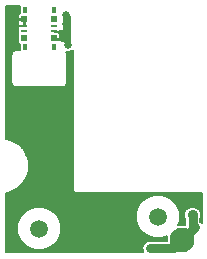
<source format=gbl>
G04 #@! TF.GenerationSoftware,KiCad,Pcbnew,(5.0.2)-1*
G04 #@! TF.CreationDate,2019-05-03T13:45:30-04:00*
G04 #@! TF.ProjectId,PowConnV1,506f7743-6f6e-46e5-9631-2e6b69636164,V2*
G04 #@! TF.SameCoordinates,Original*
G04 #@! TF.FileFunction,Copper,L2,Bot*
G04 #@! TF.FilePolarity,Positive*
%FSLAX46Y46*%
G04 Gerber Fmt 4.6, Leading zero omitted, Abs format (unit mm)*
G04 Created by KiCad (PCBNEW (5.0.2)-1) date 5/3/2019 1:45:30 PM*
%MOMM*%
%LPD*%
G01*
G04 APERTURE LIST*
G04 #@! TA.AperFunction,SMDPad,CuDef*
%ADD10R,0.520000X0.580000*%
G04 #@! TD*
G04 #@! TA.AperFunction,SMDPad,CuDef*
%ADD11R,0.520000X0.270000*%
G04 #@! TD*
G04 #@! TA.AperFunction,SMDPad,CuDef*
%ADD12R,0.330000X0.480000*%
G04 #@! TD*
G04 #@! TA.AperFunction,ComponentPad*
%ADD13C,1.500000*%
G04 #@! TD*
G04 #@! TA.AperFunction,BGAPad,CuDef*
%ADD14C,2.100000*%
G04 #@! TD*
G04 #@! TA.AperFunction,ViaPad*
%ADD15C,0.889000*%
G04 #@! TD*
G04 #@! TA.AperFunction,ViaPad*
%ADD16C,0.635000*%
G04 #@! TD*
G04 #@! TA.AperFunction,Conductor*
%ADD17C,0.152400*%
G04 #@! TD*
G04 #@! TA.AperFunction,Conductor*
%ADD18C,0.508000*%
G04 #@! TD*
G04 #@! TA.AperFunction,Conductor*
%ADD19C,0.381000*%
G04 #@! TD*
G04 #@! TA.AperFunction,Conductor*
%ADD20C,0.762000*%
G04 #@! TD*
G04 #@! TA.AperFunction,Conductor*
%ADD21C,0.254000*%
G04 #@! TD*
G04 APERTURE END LIST*
D10*
G04 #@! TO.P,P1,5*
G04 #@! TO.N,N/C*
X41539480Y-95631480D03*
D11*
G04 #@! TO.P,P1,7*
G04 #@! TO.N,Dev+*
X41539480Y-96643480D03*
G04 #@! TO.P,P1,6*
G04 #@! TO.N,N/C*
X41539480Y-96219480D03*
D12*
G04 #@! TO.P,P1,*
G04 #@! TO.N,*
X41504480Y-97961480D03*
D10*
G04 #@! TO.P,P1,4*
G04 #@! TO.N,GND1*
X39039480Y-95631480D03*
D11*
G04 #@! TO.P,P1,3*
X39039480Y-96219480D03*
G04 #@! TO.P,P1,2*
G04 #@! TO.N,N/C*
X39039480Y-96643480D03*
D10*
G04 #@! TO.P,P1,1*
X39039480Y-97231480D03*
G04 #@! TO.P,P1,8*
G04 #@! TO.N,Dev+*
X41539480Y-97231480D03*
D12*
G04 #@! TO.P,P1,*
G04 #@! TO.N,*
X41504480Y-94901480D03*
X39074480Y-97961480D03*
X39074480Y-94901480D03*
G04 #@! TD*
D13*
G04 #@! TO.P,P2,*
G04 #@! TO.N,*
X40279320Y-113370360D03*
G04 #@! TD*
G04 #@! TO.P,P3,*
G04 #@! TO.N,*
X50337720Y-112349280D03*
G04 #@! TD*
D14*
G04 #@! TO.P,P4,1*
G04 #@! TO.N,Dev+*
X52400200Y-114360960D03*
G04 #@! TD*
G04 #@! TO.P,P5,1*
G04 #@! TO.N,GND1*
X47411640Y-112354360D03*
G04 #@! TD*
D15*
G04 #@! TO.N,Dev+*
X53279040Y-112232440D03*
D16*
X42519600Y-95246555D03*
X42519600Y-96078040D03*
X42575480Y-97033080D03*
X42722800Y-97845880D03*
X49702720Y-115041680D03*
G04 #@! TD*
D17*
G04 #@! TO.N,Dev+*
X53450199Y-112403599D02*
X53279040Y-112232440D01*
X52400200Y-114360960D02*
X53450199Y-113310961D01*
X53450199Y-113310961D02*
X53450199Y-112403599D01*
X41615370Y-97099120D02*
X41615370Y-97143480D01*
X42362120Y-95404035D02*
X42519600Y-95246555D01*
X42362120Y-96606360D02*
X42362120Y-95404035D01*
X42362120Y-96606360D02*
X42362120Y-96768920D01*
X42362120Y-96276160D02*
X42362120Y-96606360D01*
X42362120Y-96235520D02*
X42519600Y-96078040D01*
X42362120Y-96819720D02*
X42575480Y-97033080D01*
X42362120Y-96509840D02*
X42362120Y-96819720D01*
X42362120Y-96509840D02*
X42362120Y-96235520D01*
X42362120Y-96768920D02*
X42362120Y-96509840D01*
X42031920Y-97099120D02*
X42031920Y-97155000D01*
X42468800Y-97591880D02*
X42722800Y-97845880D01*
D18*
X42722800Y-95449755D02*
X42519600Y-95246555D01*
X42722800Y-97845880D02*
X42722800Y-95449755D01*
X42575480Y-95302435D02*
X42519600Y-95246555D01*
X42575480Y-97033080D02*
X42575480Y-95302435D01*
X42575480Y-97033080D02*
X42575480Y-97068640D01*
X42575480Y-97068640D02*
X42346880Y-97297240D01*
D19*
X42227499Y-97350579D02*
X42138600Y-97261680D01*
X42257981Y-97350579D02*
X42227499Y-97350579D01*
X42575480Y-97033080D02*
X42257981Y-97350579D01*
D17*
X42031920Y-97155000D02*
X42138600Y-97261680D01*
D19*
X42575480Y-97033080D02*
X42126468Y-97033080D01*
D20*
X49702720Y-115041680D02*
X51719480Y-115041680D01*
X51719480Y-115041680D02*
X52400200Y-114360960D01*
X52400200Y-114360960D02*
X53492400Y-113268760D01*
X53279040Y-113055400D02*
X53279040Y-112232440D01*
X53492400Y-113268760D02*
X53279040Y-113055400D01*
D17*
X41615370Y-96715581D02*
X41615370Y-96643480D01*
X42575480Y-97033080D02*
X42257981Y-96715581D01*
X41986200Y-96715581D02*
X41615370Y-96715581D01*
X42257981Y-96715581D02*
X41986200Y-96715581D01*
D19*
X42575480Y-97033080D02*
X42239781Y-96697381D01*
X42239781Y-96697381D02*
X42073801Y-96697381D01*
D21*
X41666200Y-97358200D02*
X41630610Y-97322610D01*
X42235120Y-97358200D02*
X41666200Y-97358200D01*
D17*
X42138600Y-97261680D02*
X42235120Y-97358200D01*
X42235120Y-97358200D02*
X42468800Y-97591880D01*
G04 #@! TD*
G04 #@! TO.N,GND1*
G36*
X38624607Y-94661480D02*
X38624607Y-95103210D01*
X38621213Y-95104616D01*
X38542616Y-95183213D01*
X38500080Y-95285904D01*
X38500080Y-95523530D01*
X38569930Y-95593380D01*
X39001380Y-95593380D01*
X39001380Y-95573380D01*
X39077580Y-95573380D01*
X39077580Y-95593380D01*
X39097580Y-95593380D01*
X39097580Y-95669580D01*
X39077580Y-95669580D01*
X39077580Y-96181380D01*
X39097580Y-96181380D01*
X39097580Y-96223607D01*
X38779480Y-96223607D01*
X38670464Y-96245292D01*
X38652073Y-96257580D01*
X38569930Y-96257580D01*
X38500080Y-96327430D01*
X38500080Y-96410056D01*
X38509609Y-96433061D01*
X38494607Y-96508480D01*
X38494607Y-96778480D01*
X38510819Y-96859980D01*
X38494607Y-96941480D01*
X38494607Y-97521480D01*
X38516292Y-97630496D01*
X38578044Y-97722916D01*
X38624607Y-97754028D01*
X38624607Y-98201480D01*
X38639232Y-98275006D01*
X38329768Y-98275109D01*
X38294920Y-98268177D01*
X38259955Y-98275132D01*
X38259899Y-98275132D01*
X38227098Y-98281668D01*
X38156640Y-98295683D01*
X38156589Y-98295717D01*
X38156530Y-98295729D01*
X38098323Y-98334650D01*
X38039412Y-98374013D01*
X38039378Y-98374063D01*
X38039328Y-98374097D01*
X38000618Y-98432073D01*
X37961083Y-98491241D01*
X37961071Y-98491302D01*
X37961038Y-98491351D01*
X37947731Y-98558368D01*
X37940520Y-98594617D01*
X37940520Y-98594680D01*
X37933578Y-98629640D01*
X37940520Y-98664480D01*
X37940521Y-100982275D01*
X37933578Y-101017240D01*
X37947597Y-101087599D01*
X37961084Y-101155400D01*
X37961117Y-101155449D01*
X37961129Y-101155510D01*
X38000748Y-101214762D01*
X38039413Y-101272628D01*
X38039463Y-101272662D01*
X38039497Y-101272712D01*
X38097473Y-101311422D01*
X38156641Y-101350957D01*
X38156702Y-101350969D01*
X38156751Y-101351002D01*
X38223883Y-101364333D01*
X38294920Y-101378463D01*
X38329886Y-101371508D01*
X42230372Y-101370211D01*
X42264830Y-101377142D01*
X42300182Y-101370188D01*
X42300621Y-101370188D01*
X42334311Y-101363475D01*
X42403167Y-101349931D01*
X42403545Y-101349680D01*
X42403990Y-101349591D01*
X42462224Y-101310652D01*
X42520562Y-101271852D01*
X42520815Y-101271475D01*
X42521192Y-101271223D01*
X42560056Y-101213017D01*
X42599141Y-101154791D01*
X42599231Y-101154346D01*
X42599482Y-101153969D01*
X42613115Y-101085313D01*
X42619924Y-101051459D01*
X42619925Y-101051018D01*
X42626942Y-101015680D01*
X42620074Y-100981212D01*
X42625071Y-98637501D01*
X42626942Y-98628080D01*
X42625111Y-98618890D01*
X42625153Y-98599133D01*
X42604811Y-98495713D01*
X42556501Y-98423076D01*
X42604069Y-98442780D01*
X42841531Y-98442780D01*
X43060917Y-98351907D01*
X43130801Y-98282023D01*
X43130800Y-109970037D01*
X43123368Y-110007400D01*
X43152814Y-110155434D01*
X43185857Y-110204887D01*
X43236668Y-110280932D01*
X43362166Y-110364786D01*
X43510200Y-110394232D01*
X43547563Y-110386800D01*
X54052801Y-110386800D01*
X54052800Y-112918772D01*
X54005365Y-112847780D01*
X53968521Y-112792639D01*
X53939440Y-112773208D01*
X53939440Y-112529735D01*
X54002940Y-112376433D01*
X54002940Y-112088447D01*
X53892733Y-111822384D01*
X53689096Y-111618747D01*
X53423033Y-111508540D01*
X53135047Y-111508540D01*
X52868984Y-111618747D01*
X52665347Y-111822384D01*
X52555140Y-112088447D01*
X52555140Y-112376433D01*
X52618640Y-112529735D01*
X52618640Y-112990358D01*
X52610444Y-113031560D01*
X52135766Y-113031560D01*
X52031143Y-113074897D01*
X52179920Y-112715716D01*
X52179920Y-111982844D01*
X51899462Y-111305757D01*
X51381243Y-110787538D01*
X50704156Y-110507080D01*
X49971284Y-110507080D01*
X49294197Y-110787538D01*
X48775978Y-111305757D01*
X48495520Y-111982844D01*
X48495520Y-112715716D01*
X48775978Y-113392803D01*
X49294197Y-113911022D01*
X49971284Y-114191480D01*
X50704156Y-114191480D01*
X51099257Y-114027824D01*
X51070800Y-114096526D01*
X51070800Y-114381280D01*
X49637677Y-114381280D01*
X49445045Y-114419597D01*
X49226598Y-114565558D01*
X49080637Y-114784005D01*
X49029382Y-115041680D01*
X49080637Y-115299355D01*
X49104588Y-115335200D01*
X37463400Y-115318155D01*
X37463400Y-113003924D01*
X38437120Y-113003924D01*
X38437120Y-113736796D01*
X38717578Y-114413883D01*
X39235797Y-114932102D01*
X39912884Y-115212560D01*
X40645756Y-115212560D01*
X41322843Y-114932102D01*
X41841062Y-114413883D01*
X42121520Y-113736796D01*
X42121520Y-113003924D01*
X41841062Y-112326837D01*
X41322843Y-111808618D01*
X40645756Y-111528160D01*
X39912884Y-111528160D01*
X39235797Y-111808618D01*
X38717578Y-112326837D01*
X38437120Y-113003924D01*
X37463400Y-113003924D01*
X37463400Y-110361418D01*
X37717771Y-110321812D01*
X37763738Y-110307758D01*
X37809933Y-110294250D01*
X37813863Y-110292433D01*
X38322340Y-110053704D01*
X38362565Y-110027281D01*
X38403062Y-110001383D01*
X38406325Y-109998537D01*
X38827361Y-109626690D01*
X38858522Y-109590076D01*
X38890154Y-109553816D01*
X38892486Y-109550168D01*
X39192233Y-109075097D01*
X39211883Y-109031168D01*
X39232048Y-108987529D01*
X39233263Y-108983373D01*
X39387626Y-108443269D01*
X39394148Y-108395656D01*
X39401264Y-108348044D01*
X39401263Y-108343714D01*
X39397831Y-107781995D01*
X39390726Y-107734451D01*
X39384195Y-107686772D01*
X39382979Y-107682616D01*
X39222030Y-107144438D01*
X39201874Y-107100817D01*
X39182216Y-107056869D01*
X39179882Y-107053222D01*
X38874353Y-106581848D01*
X38842744Y-106545614D01*
X38811561Y-106508973D01*
X38808298Y-106506127D01*
X38382751Y-106139452D01*
X38342239Y-106113544D01*
X38302029Y-106087130D01*
X38298098Y-106085314D01*
X37786742Y-105852815D01*
X37740560Y-105839310D01*
X37694581Y-105825253D01*
X37690298Y-105824613D01*
X37463400Y-105792118D01*
X37463400Y-95739430D01*
X38500080Y-95739430D01*
X38500080Y-95977056D01*
X38510818Y-96002980D01*
X38500080Y-96028904D01*
X38500080Y-96111530D01*
X38569930Y-96181380D01*
X38676827Y-96181380D01*
X38723904Y-96200880D01*
X38931530Y-96200880D01*
X38951030Y-96181380D01*
X39001380Y-96181380D01*
X39001380Y-95669580D01*
X38569930Y-95669580D01*
X38500080Y-95739430D01*
X37463400Y-95739430D01*
X37463400Y-94562600D01*
X38644276Y-94562600D01*
X38624607Y-94661480D01*
X38624607Y-94661480D01*
G37*
X38624607Y-94661480D02*
X38624607Y-95103210D01*
X38621213Y-95104616D01*
X38542616Y-95183213D01*
X38500080Y-95285904D01*
X38500080Y-95523530D01*
X38569930Y-95593380D01*
X39001380Y-95593380D01*
X39001380Y-95573380D01*
X39077580Y-95573380D01*
X39077580Y-95593380D01*
X39097580Y-95593380D01*
X39097580Y-95669580D01*
X39077580Y-95669580D01*
X39077580Y-96181380D01*
X39097580Y-96181380D01*
X39097580Y-96223607D01*
X38779480Y-96223607D01*
X38670464Y-96245292D01*
X38652073Y-96257580D01*
X38569930Y-96257580D01*
X38500080Y-96327430D01*
X38500080Y-96410056D01*
X38509609Y-96433061D01*
X38494607Y-96508480D01*
X38494607Y-96778480D01*
X38510819Y-96859980D01*
X38494607Y-96941480D01*
X38494607Y-97521480D01*
X38516292Y-97630496D01*
X38578044Y-97722916D01*
X38624607Y-97754028D01*
X38624607Y-98201480D01*
X38639232Y-98275006D01*
X38329768Y-98275109D01*
X38294920Y-98268177D01*
X38259955Y-98275132D01*
X38259899Y-98275132D01*
X38227098Y-98281668D01*
X38156640Y-98295683D01*
X38156589Y-98295717D01*
X38156530Y-98295729D01*
X38098323Y-98334650D01*
X38039412Y-98374013D01*
X38039378Y-98374063D01*
X38039328Y-98374097D01*
X38000618Y-98432073D01*
X37961083Y-98491241D01*
X37961071Y-98491302D01*
X37961038Y-98491351D01*
X37947731Y-98558368D01*
X37940520Y-98594617D01*
X37940520Y-98594680D01*
X37933578Y-98629640D01*
X37940520Y-98664480D01*
X37940521Y-100982275D01*
X37933578Y-101017240D01*
X37947597Y-101087599D01*
X37961084Y-101155400D01*
X37961117Y-101155449D01*
X37961129Y-101155510D01*
X38000748Y-101214762D01*
X38039413Y-101272628D01*
X38039463Y-101272662D01*
X38039497Y-101272712D01*
X38097473Y-101311422D01*
X38156641Y-101350957D01*
X38156702Y-101350969D01*
X38156751Y-101351002D01*
X38223883Y-101364333D01*
X38294920Y-101378463D01*
X38329886Y-101371508D01*
X42230372Y-101370211D01*
X42264830Y-101377142D01*
X42300182Y-101370188D01*
X42300621Y-101370188D01*
X42334311Y-101363475D01*
X42403167Y-101349931D01*
X42403545Y-101349680D01*
X42403990Y-101349591D01*
X42462224Y-101310652D01*
X42520562Y-101271852D01*
X42520815Y-101271475D01*
X42521192Y-101271223D01*
X42560056Y-101213017D01*
X42599141Y-101154791D01*
X42599231Y-101154346D01*
X42599482Y-101153969D01*
X42613115Y-101085313D01*
X42619924Y-101051459D01*
X42619925Y-101051018D01*
X42626942Y-101015680D01*
X42620074Y-100981212D01*
X42625071Y-98637501D01*
X42626942Y-98628080D01*
X42625111Y-98618890D01*
X42625153Y-98599133D01*
X42604811Y-98495713D01*
X42556501Y-98423076D01*
X42604069Y-98442780D01*
X42841531Y-98442780D01*
X43060917Y-98351907D01*
X43130801Y-98282023D01*
X43130800Y-109970037D01*
X43123368Y-110007400D01*
X43152814Y-110155434D01*
X43185857Y-110204887D01*
X43236668Y-110280932D01*
X43362166Y-110364786D01*
X43510200Y-110394232D01*
X43547563Y-110386800D01*
X54052801Y-110386800D01*
X54052800Y-112918772D01*
X54005365Y-112847780D01*
X53968521Y-112792639D01*
X53939440Y-112773208D01*
X53939440Y-112529735D01*
X54002940Y-112376433D01*
X54002940Y-112088447D01*
X53892733Y-111822384D01*
X53689096Y-111618747D01*
X53423033Y-111508540D01*
X53135047Y-111508540D01*
X52868984Y-111618747D01*
X52665347Y-111822384D01*
X52555140Y-112088447D01*
X52555140Y-112376433D01*
X52618640Y-112529735D01*
X52618640Y-112990358D01*
X52610444Y-113031560D01*
X52135766Y-113031560D01*
X52031143Y-113074897D01*
X52179920Y-112715716D01*
X52179920Y-111982844D01*
X51899462Y-111305757D01*
X51381243Y-110787538D01*
X50704156Y-110507080D01*
X49971284Y-110507080D01*
X49294197Y-110787538D01*
X48775978Y-111305757D01*
X48495520Y-111982844D01*
X48495520Y-112715716D01*
X48775978Y-113392803D01*
X49294197Y-113911022D01*
X49971284Y-114191480D01*
X50704156Y-114191480D01*
X51099257Y-114027824D01*
X51070800Y-114096526D01*
X51070800Y-114381280D01*
X49637677Y-114381280D01*
X49445045Y-114419597D01*
X49226598Y-114565558D01*
X49080637Y-114784005D01*
X49029382Y-115041680D01*
X49080637Y-115299355D01*
X49104588Y-115335200D01*
X37463400Y-115318155D01*
X37463400Y-113003924D01*
X38437120Y-113003924D01*
X38437120Y-113736796D01*
X38717578Y-114413883D01*
X39235797Y-114932102D01*
X39912884Y-115212560D01*
X40645756Y-115212560D01*
X41322843Y-114932102D01*
X41841062Y-114413883D01*
X42121520Y-113736796D01*
X42121520Y-113003924D01*
X41841062Y-112326837D01*
X41322843Y-111808618D01*
X40645756Y-111528160D01*
X39912884Y-111528160D01*
X39235797Y-111808618D01*
X38717578Y-112326837D01*
X38437120Y-113003924D01*
X37463400Y-113003924D01*
X37463400Y-110361418D01*
X37717771Y-110321812D01*
X37763738Y-110307758D01*
X37809933Y-110294250D01*
X37813863Y-110292433D01*
X38322340Y-110053704D01*
X38362565Y-110027281D01*
X38403062Y-110001383D01*
X38406325Y-109998537D01*
X38827361Y-109626690D01*
X38858522Y-109590076D01*
X38890154Y-109553816D01*
X38892486Y-109550168D01*
X39192233Y-109075097D01*
X39211883Y-109031168D01*
X39232048Y-108987529D01*
X39233263Y-108983373D01*
X39387626Y-108443269D01*
X39394148Y-108395656D01*
X39401264Y-108348044D01*
X39401263Y-108343714D01*
X39397831Y-107781995D01*
X39390726Y-107734451D01*
X39384195Y-107686772D01*
X39382979Y-107682616D01*
X39222030Y-107144438D01*
X39201874Y-107100817D01*
X39182216Y-107056869D01*
X39179882Y-107053222D01*
X38874353Y-106581848D01*
X38842744Y-106545614D01*
X38811561Y-106508973D01*
X38808298Y-106506127D01*
X38382751Y-106139452D01*
X38342239Y-106113544D01*
X38302029Y-106087130D01*
X38298098Y-106085314D01*
X37786742Y-105852815D01*
X37740560Y-105839310D01*
X37694581Y-105825253D01*
X37690298Y-105824613D01*
X37463400Y-105792118D01*
X37463400Y-95739430D01*
X38500080Y-95739430D01*
X38500080Y-95977056D01*
X38510818Y-96002980D01*
X38500080Y-96028904D01*
X38500080Y-96111530D01*
X38569930Y-96181380D01*
X38676827Y-96181380D01*
X38723904Y-96200880D01*
X38931530Y-96200880D01*
X38951030Y-96181380D01*
X39001380Y-96181380D01*
X39001380Y-95669580D01*
X38569930Y-95669580D01*
X38500080Y-95739430D01*
X37463400Y-95739430D01*
X37463400Y-94562600D01*
X38644276Y-94562600D01*
X38624607Y-94661480D01*
G04 #@! TD*
M02*

</source>
